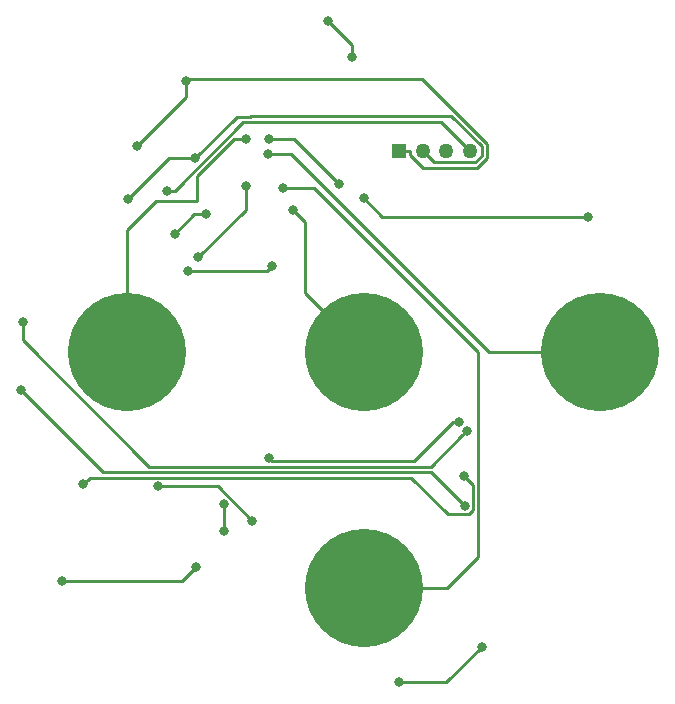
<source format=gbr>
G04 #@! TF.GenerationSoftware,KiCad,Pcbnew,(5.0.2)-1*
G04 #@! TF.CreationDate,2019-03-05T23:48:00-05:00*
G04 #@! TF.ProjectId,bikesenseCap,62696b65-7365-46e7-9365-4361702e6b69,REV E*
G04 #@! TF.SameCoordinates,Original*
G04 #@! TF.FileFunction,Copper,L2,Bot*
G04 #@! TF.FilePolarity,Positive*
%FSLAX46Y46*%
G04 Gerber Fmt 4.6, Leading zero omitted, Abs format (unit mm)*
G04 Created by KiCad (PCBNEW (5.0.2)-1) date 3/5/2019 11:48:00 PM*
%MOMM*%
%LPD*%
G01*
G04 APERTURE LIST*
G04 #@! TA.AperFunction,BGAPad,CuDef*
%ADD10C,10.000000*%
G04 #@! TD*
G04 #@! TA.AperFunction,ComponentPad*
%ADD11R,1.270000X1.270000*%
G04 #@! TD*
G04 #@! TA.AperFunction,ComponentPad*
%ADD12C,1.270000*%
G04 #@! TD*
G04 #@! TA.AperFunction,ViaPad*
%ADD13C,0.800000*%
G04 #@! TD*
G04 #@! TA.AperFunction,Conductor*
%ADD14C,0.250000*%
G04 #@! TD*
G04 APERTURE END LIST*
D10*
G04 #@! TO.P,J5,1*
G04 #@! TO.N,Net-(J5-Pad1)*
X150000000Y-120000000D03*
G04 #@! TD*
D11*
G04 #@! TO.P,J1,1*
G04 #@! TO.N,/SCL*
X153000260Y-83000000D03*
D12*
G04 #@! TO.P,J1,2*
G04 #@! TO.N,/SDA*
X155001780Y-83000000D03*
G04 #@! TO.P,J1,3*
G04 #@! TO.N,+3V3*
X156998220Y-83000000D03*
G04 #@! TO.P,J1,4*
G04 #@! TO.N,GND*
X158999740Y-83000000D03*
G04 #@! TD*
D10*
G04 #@! TO.P,J2,1*
G04 #@! TO.N,Net-(J2-Pad1)*
X130000000Y-100000000D03*
G04 #@! TD*
G04 #@! TO.P,J3,1*
G04 #@! TO.N,Net-(J3-Pad1)*
X150000000Y-100000000D03*
G04 #@! TD*
G04 #@! TO.P,J4,1*
G04 #@! TO.N,Net-(J4-Pad1)*
X170000000Y-100000000D03*
G04 #@! TD*
D13*
G04 #@! TO.N,Net-(D3-Pad1)*
X142240000Y-92710000D03*
X135132805Y-93140071D03*
G04 #@! TO.N,Net-(D5-Pad1)*
X169000000Y-88587300D03*
X150000000Y-87000000D03*
G04 #@! TO.N,/West*
X120975300Y-103248200D03*
X158549928Y-113030000D03*
G04 #@! TO.N,/NorthWest*
X121138400Y-97497400D03*
X158749964Y-106680000D03*
G04 #@! TO.N,/SouthWest*
X158500200Y-110537400D03*
X126244700Y-111233300D03*
G04 #@! TO.N,/North*
X149000000Y-75000000D03*
X147000000Y-72000000D03*
G04 #@! TO.N,/SCL*
X134000000Y-90000000D03*
X142000000Y-109000016D03*
X134919960Y-77105360D03*
X158115298Y-105907211D03*
X136615010Y-88324949D03*
X130810000Y-82550000D03*
X138176000Y-115189000D03*
X138171340Y-112907660D03*
G04 #@! TO.N,/SDA*
X130088600Y-87095400D03*
X135711284Y-83626985D03*
X140589000Y-114300000D03*
X132588000Y-111379000D03*
G04 #@! TO.N,+3V3*
X160000000Y-125000000D03*
X153000000Y-128000000D03*
X124460000Y-119380000D03*
X135838868Y-118195187D03*
G04 #@! TO.N,GND*
X140000000Y-86000000D03*
X136000000Y-92000000D03*
X133350000Y-86359964D03*
G04 #@! TO.N,Net-(J2-Pad1)*
X140000000Y-82000000D03*
G04 #@! TO.N,Net-(J3-Pad1)*
X142000000Y-82000000D03*
X144000000Y-88000000D03*
X147889698Y-85824979D03*
G04 #@! TO.N,Net-(J4-Pad1)*
X141875800Y-83248500D03*
G04 #@! TO.N,Net-(J5-Pad1)*
X143207378Y-86147521D03*
G04 #@! TD*
D14*
G04 #@! TO.N,Net-(D3-Pad1)*
X135698490Y-93140071D02*
X135132805Y-93140071D01*
X141809929Y-93140071D02*
X135698490Y-93140071D01*
X142240000Y-92710000D02*
X141809929Y-93140071D01*
G04 #@! TO.N,Net-(D5-Pad1)*
X151587300Y-88587300D02*
X150000000Y-87000000D01*
X169000000Y-88587300D02*
X151587300Y-88587300D01*
G04 #@! TO.N,/West*
X127931087Y-110203987D02*
X155723915Y-110203987D01*
X120975300Y-103248200D02*
X127931087Y-110203987D01*
X158149929Y-112630001D02*
X158549928Y-113030000D01*
X155723915Y-110203987D02*
X158149929Y-112630001D01*
G04 #@! TO.N,/NorthWest*
X158349965Y-107079999D02*
X158749964Y-106680000D01*
X155675988Y-109753976D02*
X158349965Y-107079999D01*
X131867198Y-109753976D02*
X155675988Y-109753976D01*
X121138400Y-99025178D02*
X131867198Y-109753976D01*
X121138400Y-97497400D02*
X121138400Y-99025178D01*
G04 #@! TO.N,/SouthWest*
X158500200Y-110537400D02*
X159274990Y-111312190D01*
X159274990Y-113378002D02*
X158897990Y-113755002D01*
X158897990Y-113755002D02*
X157131998Y-113755002D01*
X157131998Y-113755002D02*
X154030994Y-110653998D01*
X159274990Y-111312190D02*
X159274990Y-113378002D01*
X126644699Y-110833301D02*
X126244700Y-111233300D01*
X126824002Y-110653998D02*
X126644699Y-110833301D01*
X154030994Y-110653998D02*
X126824002Y-110653998D01*
G04 #@! TO.N,/North*
X149000000Y-75000000D02*
X149000000Y-74000000D01*
X149000000Y-74000000D02*
X147000000Y-72000000D01*
G04 #@! TO.N,/SCL*
X142000000Y-109000016D02*
X141999984Y-109000000D01*
X160452400Y-83571000D02*
X160452400Y-82391400D01*
X160452400Y-82391400D02*
X154978300Y-76917300D01*
X154978300Y-76917300D02*
X135108020Y-76917300D01*
X135108020Y-76917300D02*
X134919960Y-77105360D01*
X159612800Y-84410600D02*
X160452400Y-83571000D01*
X153000300Y-83000000D02*
X153960600Y-83000000D01*
X155011000Y-84410600D02*
X159612800Y-84410600D01*
X153960600Y-83360200D02*
X155011000Y-84410600D01*
X153960600Y-83000000D02*
X153960600Y-83360200D01*
X135675051Y-88324949D02*
X136615010Y-88324949D01*
X134000000Y-90000000D02*
X135675051Y-88324949D01*
X134919960Y-78440040D02*
X130810000Y-82550000D01*
X134919960Y-77105360D02*
X134919960Y-78440040D01*
X157549613Y-105907211D02*
X158115298Y-105907211D01*
X154236824Y-109220000D02*
X157549613Y-105907211D01*
X142000000Y-109000016D02*
X142219984Y-109220000D01*
X142219984Y-109220000D02*
X154236824Y-109220000D01*
X138176000Y-112912320D02*
X138171340Y-112907660D01*
X138176000Y-115189000D02*
X138176000Y-112912320D01*
G04 #@! TO.N,/SDA*
X140372801Y-80099980D02*
X139238289Y-80099980D01*
X139238289Y-80099980D02*
X135711284Y-83626985D01*
X140472781Y-80000000D02*
X140372801Y-80099980D01*
X155962100Y-83960300D02*
X159426200Y-83960300D01*
X155001800Y-83000000D02*
X155962100Y-83960300D01*
X159426200Y-83960300D02*
X160002100Y-83384400D01*
X160002100Y-83384400D02*
X160002100Y-82578000D01*
X160002100Y-82578000D02*
X157424100Y-80000000D01*
X157424100Y-80000000D02*
X140472781Y-80000000D01*
X133557015Y-83626985D02*
X135711284Y-83626985D01*
X130088600Y-87095400D02*
X133557015Y-83626985D01*
X137668000Y-111379000D02*
X132588000Y-111379000D01*
X140589000Y-114300000D02*
X137668000Y-111379000D01*
G04 #@! TO.N,+3V3*
X157000000Y-128000000D02*
X153000000Y-128000000D01*
X160000000Y-125000000D02*
X157000000Y-128000000D01*
X134654055Y-119380000D02*
X135438869Y-118595186D01*
X124460000Y-119380000D02*
X134654055Y-119380000D01*
X135438869Y-118595186D02*
X135838868Y-118195187D01*
G04 #@! TO.N,GND*
X140000000Y-88000000D02*
X136000000Y-92000000D01*
X140000000Y-86000000D02*
X140000000Y-88000000D01*
X134003626Y-86359964D02*
X133350000Y-86359964D01*
X156549691Y-80549991D02*
X139813599Y-80549991D01*
X139813599Y-80549991D02*
X134003626Y-86359964D01*
X158999700Y-83000000D02*
X156549691Y-80549991D01*
G04 #@! TO.N,Net-(J2-Pad1)*
X139000000Y-82000000D02*
X140000000Y-82000000D01*
X135890000Y-85110000D02*
X139000000Y-82000000D01*
X135890000Y-87274999D02*
X135890000Y-85110000D01*
X132435001Y-87274999D02*
X135890000Y-87274999D01*
X130000000Y-100000000D02*
X130000000Y-89710000D01*
X130000000Y-89710000D02*
X132435001Y-87274999D01*
G04 #@! TO.N,Net-(J3-Pad1)*
X145000000Y-89000000D02*
X144000000Y-88000000D01*
X150000000Y-100000000D02*
X145000000Y-95000000D01*
X145000000Y-95000000D02*
X145000000Y-89000000D01*
X142000000Y-82000000D02*
X144064719Y-82000000D01*
X144064719Y-82000000D02*
X147889698Y-85824979D01*
G04 #@! TO.N,Net-(J4-Pad1)*
X152605671Y-91969260D02*
X160636411Y-100000000D01*
X160636411Y-100000000D02*
X170000000Y-100000000D01*
X152174976Y-91538565D02*
X152174976Y-91592260D01*
X143884911Y-83248500D02*
X152174976Y-91538565D01*
X152174976Y-91592260D02*
X152551976Y-91969260D01*
X141875800Y-83248500D02*
X143884911Y-83248500D01*
X152551976Y-91969260D02*
X152605671Y-91969260D01*
G04 #@! TO.N,Net-(J5-Pad1)*
X145837521Y-86147521D02*
X143207378Y-86147521D01*
X159725001Y-100035001D02*
X145837521Y-86147521D01*
X159725001Y-117346066D02*
X159725001Y-100035001D01*
X150000000Y-120000000D02*
X157071067Y-120000000D01*
X157071067Y-120000000D02*
X159725001Y-117346066D01*
G04 #@! TD*
M02*

</source>
